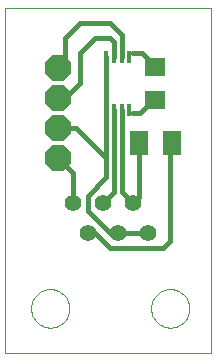
<source format=gtl>
G75*
G70*
%OFA0B0*%
%FSLAX24Y24*%
%IPPOS*%
%LPD*%
%AMOC8*
5,1,8,0,0,1.08239X$1,22.5*
%
%ADD10C,0.0000*%
%ADD11R,0.0157X0.0394*%
%ADD12R,0.0710X0.0630*%
%ADD13C,0.0554*%
%ADD14OC8,0.0850*%
%ADD15R,0.0630X0.0787*%
%ADD16C,0.0160*%
D10*
X000100Y001704D02*
X000100Y013200D01*
X006970Y013200D01*
X006970Y001704D01*
X000100Y001704D01*
X000960Y003204D02*
X000962Y003254D01*
X000968Y003304D01*
X000978Y003353D01*
X000991Y003402D01*
X001009Y003449D01*
X001030Y003495D01*
X001054Y003538D01*
X001082Y003580D01*
X001113Y003620D01*
X001147Y003657D01*
X001184Y003691D01*
X001224Y003722D01*
X001266Y003750D01*
X001309Y003774D01*
X001355Y003795D01*
X001402Y003813D01*
X001451Y003826D01*
X001500Y003836D01*
X001550Y003842D01*
X001600Y003844D01*
X001650Y003842D01*
X001700Y003836D01*
X001749Y003826D01*
X001798Y003813D01*
X001845Y003795D01*
X001891Y003774D01*
X001934Y003750D01*
X001976Y003722D01*
X002016Y003691D01*
X002053Y003657D01*
X002087Y003620D01*
X002118Y003580D01*
X002146Y003538D01*
X002170Y003495D01*
X002191Y003449D01*
X002209Y003402D01*
X002222Y003353D01*
X002232Y003304D01*
X002238Y003254D01*
X002240Y003204D01*
X002238Y003154D01*
X002232Y003104D01*
X002222Y003055D01*
X002209Y003006D01*
X002191Y002959D01*
X002170Y002913D01*
X002146Y002870D01*
X002118Y002828D01*
X002087Y002788D01*
X002053Y002751D01*
X002016Y002717D01*
X001976Y002686D01*
X001934Y002658D01*
X001891Y002634D01*
X001845Y002613D01*
X001798Y002595D01*
X001749Y002582D01*
X001700Y002572D01*
X001650Y002566D01*
X001600Y002564D01*
X001550Y002566D01*
X001500Y002572D01*
X001451Y002582D01*
X001402Y002595D01*
X001355Y002613D01*
X001309Y002634D01*
X001266Y002658D01*
X001224Y002686D01*
X001184Y002717D01*
X001147Y002751D01*
X001113Y002788D01*
X001082Y002828D01*
X001054Y002870D01*
X001030Y002913D01*
X001009Y002959D01*
X000991Y003006D01*
X000978Y003055D01*
X000968Y003104D01*
X000962Y003154D01*
X000960Y003204D01*
X004960Y003204D02*
X004962Y003254D01*
X004968Y003304D01*
X004978Y003353D01*
X004991Y003402D01*
X005009Y003449D01*
X005030Y003495D01*
X005054Y003538D01*
X005082Y003580D01*
X005113Y003620D01*
X005147Y003657D01*
X005184Y003691D01*
X005224Y003722D01*
X005266Y003750D01*
X005309Y003774D01*
X005355Y003795D01*
X005402Y003813D01*
X005451Y003826D01*
X005500Y003836D01*
X005550Y003842D01*
X005600Y003844D01*
X005650Y003842D01*
X005700Y003836D01*
X005749Y003826D01*
X005798Y003813D01*
X005845Y003795D01*
X005891Y003774D01*
X005934Y003750D01*
X005976Y003722D01*
X006016Y003691D01*
X006053Y003657D01*
X006087Y003620D01*
X006118Y003580D01*
X006146Y003538D01*
X006170Y003495D01*
X006191Y003449D01*
X006209Y003402D01*
X006222Y003353D01*
X006232Y003304D01*
X006238Y003254D01*
X006240Y003204D01*
X006238Y003154D01*
X006232Y003104D01*
X006222Y003055D01*
X006209Y003006D01*
X006191Y002959D01*
X006170Y002913D01*
X006146Y002870D01*
X006118Y002828D01*
X006087Y002788D01*
X006053Y002751D01*
X006016Y002717D01*
X005976Y002686D01*
X005934Y002658D01*
X005891Y002634D01*
X005845Y002613D01*
X005798Y002595D01*
X005749Y002582D01*
X005700Y002572D01*
X005650Y002566D01*
X005600Y002564D01*
X005550Y002566D01*
X005500Y002572D01*
X005451Y002582D01*
X005402Y002595D01*
X005355Y002613D01*
X005309Y002634D01*
X005266Y002658D01*
X005224Y002686D01*
X005184Y002717D01*
X005147Y002751D01*
X005113Y002788D01*
X005082Y002828D01*
X005054Y002870D01*
X005030Y002913D01*
X005009Y002959D01*
X004991Y003006D01*
X004978Y003055D01*
X004968Y003104D01*
X004962Y003154D01*
X004960Y003204D01*
D11*
X004234Y009813D03*
X003978Y009813D03*
X003722Y009813D03*
X003467Y009813D03*
X003467Y011595D03*
X003722Y011595D03*
X003978Y011595D03*
X004234Y011595D03*
D12*
X005100Y011264D03*
X005100Y010144D03*
D13*
X004350Y006704D03*
X003850Y005704D03*
X003350Y006704D03*
X002850Y005704D03*
X002350Y006704D03*
X004850Y005704D03*
D14*
X001850Y008204D03*
X001850Y009204D03*
X001850Y010204D03*
X001850Y011204D03*
D15*
X004549Y008704D03*
X005651Y008704D03*
D16*
X005600Y008653D01*
X005600Y005454D01*
X005350Y005204D01*
X003600Y005204D01*
X003100Y005704D01*
X002850Y005704D01*
X002850Y006454D02*
X003600Y005704D01*
X003850Y005704D01*
X004850Y005704D01*
X004350Y006704D02*
X004549Y006903D01*
X004549Y008704D01*
X004600Y009704D02*
X004350Y009704D01*
X004600Y009704D02*
X005100Y010204D01*
X005160Y010204D01*
X005100Y010144D01*
X005100Y011264D02*
X004660Y011704D01*
X004350Y011704D01*
X003978Y011595D02*
X003978Y012325D01*
X003600Y012704D01*
X002600Y012704D01*
X002100Y012204D01*
X002100Y011454D01*
X001850Y011204D01*
X002600Y010704D02*
X002100Y010204D01*
X001850Y010204D01*
X001850Y009204D02*
X002467Y009204D01*
X003467Y008204D01*
X003467Y007570D01*
X002850Y006954D01*
X002850Y006454D01*
X002350Y006704D02*
X002350Y007704D01*
X001850Y008204D01*
X002600Y010704D02*
X002600Y011704D01*
X003100Y012204D01*
X003600Y012204D01*
X003722Y012081D01*
X003722Y011595D01*
X003467Y011595D02*
X003467Y009813D01*
X003467Y008204D01*
X003722Y007076D02*
X003350Y006704D01*
X003722Y007076D02*
X003722Y009813D01*
X003978Y009813D02*
X003978Y007075D01*
X004350Y006704D01*
M02*

</source>
